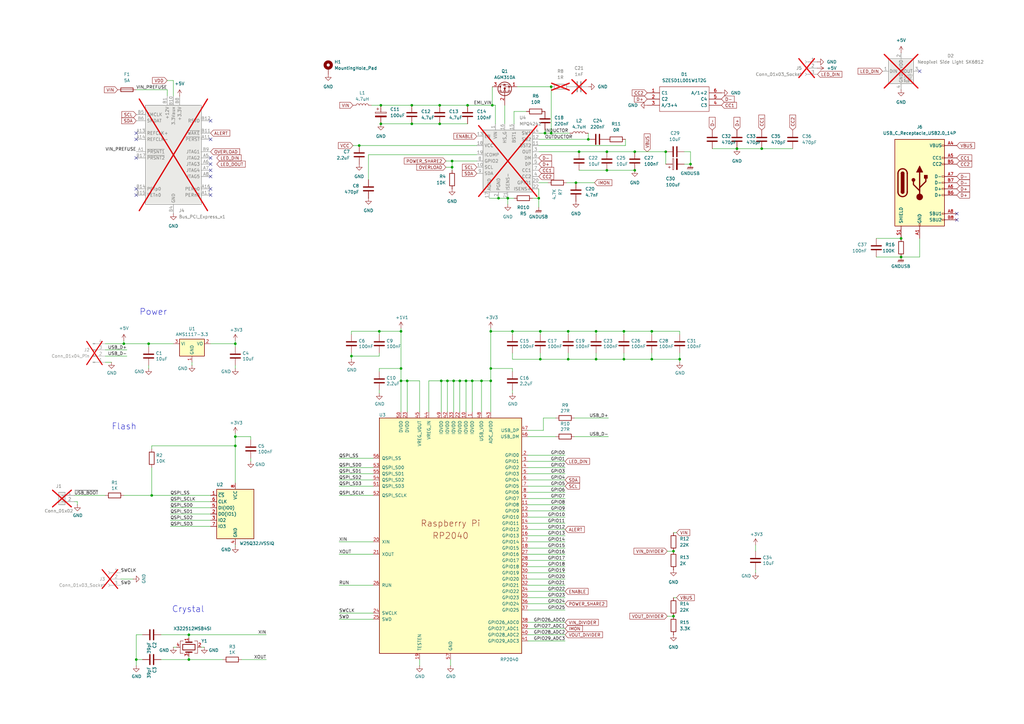
<source format=kicad_sch>
(kicad_sch (version 20231120) (generator "eeschema") (generator_version "8.0")
  (paper "A3")
  (title_block (date "2024-06-26") (rev "v0.5.0"))
  (junction (at 267.335 135.89))
  (junction (at 77.47 260.35))
  (junction (at 201.295 156.21))
  (junction (at 221.615 147.32))
  (junction (at 237.49 62.23))
  (junction (at 273.05 62.23))
  (junction (at 164.465 135.89))
  (junction (at 302.26 60.96))
  (junction (at 267.335 147.32))
  (junction (at 164.465 151.13))
  (junction (at 156.21 50.8))
  (junction (at 210.185 135.89))
  (junction (at 283.21 67.31))
  (junction (at 369.57 97.79))
  (junction (at 96.52 182.88))
  (junction (at 180.975 156.21))
  (junction (at 156.21 43.18))
  (junction (at 208.28 81.28))
  (junction (at 50.8 140.97))
  (junction (at 221.615 135.89))
  (junction (at 248.92 62.23))
  (junction (at 226.06 35.56))
  (junction (at 223.52 54.61))
  (junction (at 168.91 43.18))
  (junction (at 276.225 226.06))
  (junction (at 244.475 147.32))
  (junction (at 276.225 252.73))
  (junction (at 369.57 105.41))
  (junction (at 186.055 156.21))
  (junction (at 168.91 50.8))
  (junction (at 185.42 68.58))
  (junction (at 255.905 147.32))
  (junction (at 233.045 147.32))
  (junction (at 185.42 66.04))
  (junction (at 233.045 135.89))
  (junction (at 312.42 60.96))
  (junction (at 220.98 81.28))
  (junction (at 226.06 54.61))
  (junction (at 244.475 135.89))
  (junction (at 180.34 43.18))
  (junction (at 260.35 62.23))
  (junction (at 62.23 203.2))
  (junction (at 201.295 135.89))
  (junction (at 77.47 270.51))
  (junction (at 147.32 59.69))
  (junction (at 278.765 147.32))
  (junction (at 236.22 74.93))
  (junction (at 255.905 135.89))
  (junction (at 201.295 151.13))
  (junction (at 144.145 146.05))
  (junction (at 191.135 156.21))
  (junction (at 164.465 156.21))
  (junction (at 201.93 43.18))
  (junction (at 60.96 140.97))
  (junction (at 180.34 50.8))
  (junction (at 167.005 156.21))
  (junction (at 248.92 69.85))
  (junction (at 96.52 140.97))
  (junction (at 260.35 69.85))
  (junction (at 193.675 156.21))
  (junction (at 155.575 135.89))
  (junction (at 241.3 57.15))
  (junction (at 96.52 179.07))
  (junction (at 191.77 43.18))
  (junction (at 183.515 156.21))
  (junction (at 55.88 270.51))
  (junction (at 197.485 156.21))
  (junction (at 188.595 156.21))
  (junction (at 204.47 81.28))
  (no_connect (at 86.36 72.39))
  (no_connect (at 86.36 49.53))
  (no_connect (at 392.43 87.63))
  (no_connect (at 86.36 80.01))
  (no_connect (at 86.36 77.47))
  (no_connect (at 55.88 77.47))
  (no_connect (at 55.88 64.77))
  (no_connect (at 55.88 80.01))
  (no_connect (at 86.36 57.15))
  (no_connect (at 86.36 69.85))
  (no_connect (at 55.88 54.61))
  (no_connect (at 86.36 64.77))
  (no_connect (at 55.88 57.15))
  (no_connect (at 392.43 90.17))
  (no_connect (at 86.36 67.31))
  (no_connect (at 377.19 29.21))
  (wire (pts (xy 153.035 251.46) (xy 139.065 251.46)))
  (wire (pts (xy 216.535 240.03) (xy 231.775 240.03)))
  (wire (pts (xy 216.535 260.35) (xy 231.775 260.35)))
  (wire (pts (xy 191.135 168.91) (xy 191.135 156.21)))
  (wire (pts (xy 164.465 156.21) (xy 164.465 168.91)))
  (wire (pts (xy 139.065 196.85) (xy 153.035 196.85)))
  (wire (pts (xy 197.485 156.21) (xy 201.295 156.21)))
  (wire (pts (xy 62.23 203.2) (xy 86.36 203.2)))
  (wire (pts (xy 152.4 43.18) (xy 156.21 43.18)))
  (wire (pts (xy 201.295 151.13) (xy 210.185 151.13)))
  (wire (pts (xy 153.035 240.03) (xy 139.065 240.03)))
  (wire (pts (xy 309.88 223.52) (xy 309.88 226.06)))
  (wire (pts (xy 278.765 144.78) (xy 278.765 147.32)))
  (wire (pts (xy 210.82 45.72) (xy 210.82 50.8)))
  (wire (pts (xy 210.82 81.28) (xy 208.28 81.28)))
  (wire (pts (xy 216.535 212.09) (xy 231.775 212.09)))
  (wire (pts (xy 182.88 66.04) (xy 185.42 66.04)))
  (wire (pts (xy 277.495 218.44) (xy 276.225 218.44)))
  (wire (pts (xy 55.88 270.51) (xy 55.88 273.05)))
  (wire (pts (xy 222.885 171.45) (xy 227.965 171.45)))
  (wire (pts (xy 222.885 171.45) (xy 222.885 176.53)))
  (wire (pts (xy 185.42 68.58) (xy 185.42 66.04)))
  (wire (pts (xy 203.2 43.18) (xy 203.2 50.8)))
  (wire (pts (xy 164.465 134.62) (xy 164.465 135.89)))
  (wire (pts (xy 77.47 270.51) (xy 91.44 270.51)))
  (wire (pts (xy 220.98 59.69) (xy 256.54 59.69)))
  (wire (pts (xy 175.895 168.91) (xy 175.895 156.21)))
  (wire (pts (xy 359.41 105.41) (xy 369.57 105.41)))
  (wire (pts (xy 283.21 62.23) (xy 283.21 67.31)))
  (wire (pts (xy 144.145 144.78) (xy 144.145 146.05)))
  (wire (pts (xy 212.09 35.56) (xy 226.06 35.56)))
  (wire (pts (xy 220.98 54.61) (xy 223.52 54.61)))
  (wire (pts (xy 256.54 57.15) (xy 256.54 59.69)))
  (wire (pts (xy 216.535 219.71) (xy 231.775 219.71)))
  (wire (pts (xy 66.04 270.51) (xy 77.47 270.51)))
  (wire (pts (xy 220.98 77.47) (xy 220.98 81.28)))
  (wire (pts (xy 280.67 62.23) (xy 283.21 62.23)))
  (wire (pts (xy 139.065 222.25) (xy 153.035 222.25)))
  (wire (pts (xy 49.53 237.49) (xy 54.61 237.49)))
  (wire (pts (xy 153.035 187.96) (xy 139.065 187.96)))
  (wire (pts (xy 68.58 33.02) (xy 71.12 33.02)))
  (wire (pts (xy 58.42 260.35) (xy 55.88 260.35)))
  (wire (pts (xy 216.535 209.55) (xy 231.775 209.55)))
  (wire (pts (xy 248.92 69.85) (xy 260.35 69.85)))
  (wire (pts (xy 312.42 60.96) (xy 325.12 60.96)))
  (wire (pts (xy 43.18 140.97) (xy 50.8 140.97)))
  (wire (pts (xy 216.535 247.65) (xy 231.775 247.65)))
  (wire (pts (xy 309.88 233.68) (xy 309.88 234.95)))
  (wire (pts (xy 43.18 148.59) (xy 45.72 148.59)))
  (wire (pts (xy 210.185 135.89) (xy 221.615 135.89)))
  (wire (pts (xy 216.535 224.79) (xy 231.775 224.79)))
  (wire (pts (xy 216.535 186.69) (xy 231.775 186.69)))
  (wire (pts (xy 237.49 62.23) (xy 248.92 62.23)))
  (wire (pts (xy 216.535 199.39) (xy 231.775 199.39)))
  (wire (pts (xy 102.87 179.07) (xy 96.52 179.07)))
  (wire (pts (xy 216.535 222.25) (xy 231.775 222.25)))
  (wire (pts (xy 78.74 148.59) (xy 78.74 149.86)))
  (wire (pts (xy 235.585 171.45) (xy 249.555 171.45)))
  (wire (pts (xy 144.145 137.16) (xy 144.145 135.89)))
  (wire (pts (xy 183.515 168.91) (xy 183.515 156.21)))
  (wire (pts (xy 55.88 260.35) (xy 55.88 270.51)))
  (wire (pts (xy 77.47 269.24) (xy 77.47 270.51)))
  (wire (pts (xy 71.12 33.02) (xy 71.12 39.37)))
  (wire (pts (xy 50.8 203.2) (xy 62.23 203.2)))
  (wire (pts (xy 210.185 137.16) (xy 210.185 135.89)))
  (wire (pts (xy 216.535 232.41) (xy 231.775 232.41)))
  (wire (pts (xy 175.895 156.21) (xy 180.975 156.21)))
  (wire (pts (xy 267.335 147.32) (xy 255.905 147.32)))
  (wire (pts (xy 58.42 270.51) (xy 55.88 270.51)))
  (wire (pts (xy 144.145 146.05) (xy 155.575 146.05)))
  (wire (pts (xy 180.975 168.91) (xy 180.975 156.21)))
  (wire (pts (xy 233.045 135.89) (xy 244.475 135.89)))
  (wire (pts (xy 216.535 245.11) (xy 231.775 245.11)))
  (wire (pts (xy 156.21 50.8) (xy 168.91 50.8)))
  (wire (pts (xy 153.035 254) (xy 139.065 254)))
  (wire (pts (xy 71.12 265.43) (xy 72.39 265.43)))
  (wire (pts (xy 168.91 43.18) (xy 180.34 43.18)))
  (wire (pts (xy 235.585 179.07) (xy 249.555 179.07)))
  (wire (pts (xy 210.185 152.4) (xy 210.185 151.13)))
  (wire (pts (xy 147.32 59.69) (xy 195.58 59.69)))
  (wire (pts (xy 267.335 144.78) (xy 267.335 147.32)))
  (wire (pts (xy 96.52 177.8) (xy 96.52 179.07)))
  (wire (pts (xy 233.045 144.78) (xy 233.045 147.32)))
  (wire (pts (xy 144.78 59.69) (xy 147.32 59.69)))
  (wire (pts (xy 43.18 203.2) (xy 30.48 203.2)))
  (wire (pts (xy 155.575 152.4) (xy 155.575 151.13)))
  (wire (pts (xy 69.85 205.74) (xy 86.36 205.74)))
  (wire (pts (xy 193.675 156.21) (xy 193.675 168.91)))
  (wire (pts (xy 172.085 168.91) (xy 172.085 156.21)))
  (wire (pts (xy 244.475 135.89) (xy 255.905 135.89)))
  (wire (pts (xy 216.535 189.23) (xy 231.775 189.23)))
  (wire (pts (xy 77.47 260.35) (xy 109.22 260.35)))
  (wire (pts (xy 68.58 36.83) (xy 68.58 39.37)))
  (wire (pts (xy 216.535 250.19) (xy 231.775 250.19)))
  (wire (pts (xy 168.91 50.8) (xy 180.34 50.8)))
  (wire (pts (xy 216.535 194.31) (xy 231.775 194.31)))
  (wire (pts (xy 180.34 50.8) (xy 191.77 50.8)))
  (wire (pts (xy 96.52 182.88) (xy 96.52 198.12)))
  (wire (pts (xy 216.535 217.17) (xy 231.775 217.17)))
  (wire (pts (xy 216.535 204.47) (xy 231.775 204.47)))
  (wire (pts (xy 180.34 43.18) (xy 191.77 43.18)))
  (wire (pts (xy 220.98 57.15) (xy 241.3 57.15)))
  (wire (pts (xy 66.04 260.35) (xy 77.47 260.35)))
  (wire (pts (xy 278.765 147.32) (xy 278.765 148.59)))
  (wire (pts (xy 193.675 156.21) (xy 197.485 156.21)))
  (wire (pts (xy 223.52 54.61) (xy 223.52 53.34)))
  (wire (pts (xy 201.295 151.13) (xy 201.295 156.21)))
  (wire (pts (xy 86.36 213.36) (xy 69.85 213.36)))
  (wire (pts (xy 86.36 208.28) (xy 69.85 208.28)))
  (wire (pts (xy 277.495 245.11) (xy 276.225 245.11)))
  (wire (pts (xy 96.52 149.86) (xy 96.52 151.13)))
  (wire (pts (xy 60.96 149.86) (xy 60.96 151.13)))
  (wire (pts (xy 96.52 224.155) (xy 96.52 223.52)))
  (wire (pts (xy 155.575 151.13) (xy 164.465 151.13)))
  (wire (pts (xy 139.065 194.31) (xy 153.035 194.31)))
  (wire (pts (xy 267.335 147.32) (xy 278.765 147.32)))
  (wire (pts (xy 155.575 160.02) (xy 155.575 161.29)))
  (wire (pts (xy 221.615 137.16) (xy 221.615 135.89)))
  (wire (pts (xy 273.685 252.73) (xy 276.225 252.73)))
  (wire (pts (xy 50.8 139.7) (xy 50.8 140.97)))
  (wire (pts (xy 359.41 97.79) (xy 369.57 97.79)))
  (wire (pts (xy 216.535 237.49) (xy 231.775 237.49)))
  (wire (pts (xy 216.535 234.95) (xy 231.775 234.95)))
  (wire (pts (xy 62.23 191.77) (xy 62.23 203.2)))
  (wire (pts (xy 216.535 191.77) (xy 231.775 191.77)))
  (wire (pts (xy 184.785 270.51) (xy 184.785 273.05)))
  (wire (pts (xy 302.26 60.96) (xy 312.42 60.96)))
  (wire (pts (xy 220.98 81.28) (xy 220.98 85.09)))
  (wire (pts (xy 188.595 156.21) (xy 191.135 156.21)))
  (wire (pts (xy 216.535 255.27) (xy 231.775 255.27)))
  (wire (pts (xy 232.41 74.93) (xy 236.22 74.93)))
  (wire (pts (xy 210.185 144.78) (xy 210.185 147.32)))
  (wire (pts (xy 241.3 57.15) (xy 241.3 54.61)))
  (wire (pts (xy 260.35 62.23) (xy 273.05 62.23)))
  (wire (pts (xy 102.87 180.34) (xy 102.87 179.07)))
  (wire (pts (xy 191.135 156.21) (xy 193.675 156.21)))
  (wire (pts (xy 226.06 54.61) (xy 223.52 54.61)))
  (wire (pts (xy 255.905 135.89) (xy 267.335 135.89)))
  (wire (pts (xy 155.575 146.05) (xy 155.575 144.78)))
  (wire (pts (xy 248.92 62.23) (xy 260.35 62.23)))
  (wire (pts (xy 216.535 242.57) (xy 231.775 242.57)))
  (wire (pts (xy 86.36 140.97) (xy 96.52 140.97)))
  (wire (pts (xy 172.085 270.51) (xy 172.085 273.05)))
  (wire (pts (xy 153.035 203.2) (xy 139.065 203.2)))
  (wire (pts (xy 267.335 137.16) (xy 267.335 135.89)))
  (wire (pts (xy 233.045 137.16) (xy 233.045 135.89)))
  (wire (pts (xy 144.145 146.05) (xy 144.145 147.32)))
  (wire (pts (xy 255.905 144.78) (xy 255.905 147.32)))
  (wire (pts (xy 216.535 201.93) (xy 231.775 201.93)))
  (wire (pts (xy 185.42 68.58) (xy 185.42 69.85)))
  (wire (pts (xy 96.52 179.07) (xy 96.52 182.88)))
  (wire (pts (xy 86.36 210.82) (xy 69.85 210.82)))
  (wire (pts (xy 102.87 187.96) (xy 102.87 189.23)))
  (wire (pts (xy 191.77 43.18) (xy 201.93 43.18)))
  (wire (pts (xy 77.47 261.62) (xy 77.47 260.35)))
  (wire (pts (xy 197.485 168.91) (xy 197.485 156.21)))
  (wire (pts (xy 226.06 54.61) (xy 233.68 54.61)))
  (wire (pts (xy 96.52 140.97) (xy 96.52 139.7)))
  (wire (pts (xy 216.535 262.89) (xy 231.775 262.89)))
  (wire (pts (xy 267.335 135.89) (xy 278.765 135.89)))
  (wire (pts (xy 278.765 137.16) (xy 278.765 135.89)))
  (wire (pts (xy 201.295 134.62) (xy 201.295 135.89)))
  (wire (pts (xy 221.615 147.32) (xy 210.185 147.32)))
  (wire (pts (xy 139.065 191.77) (xy 153.035 191.77)))
  (wire (pts (xy 99.06 270.51) (xy 109.22 270.51)))
  (wire (pts (xy 155.575 135.89) (xy 164.465 135.89)))
  (wire (pts (xy 195.58 63.5) (xy 151.13 63.5)))
  (wire (pts (xy 153.035 227.33) (xy 139.065 227.33)))
  (wire (pts (xy 71.12 140.97) (xy 60.96 140.97)))
  (wire (pts (xy 210.185 160.02) (xy 210.185 161.29)))
  (wire (pts (xy 186.055 156.21) (xy 188.595 156.21)))
  (wire (pts (xy 139.065 199.39) (xy 153.035 199.39)))
  (wire (pts (xy 164.465 135.89) (xy 164.465 151.13)))
  (wire (pts (xy 255.905 137.16) (xy 255.905 135.89)))
  (wire (pts (xy 186.055 168.91) (xy 186.055 156.21)))
  (wire (pts (xy 82.55 265.43) (xy 83.82 265.43)))
  (wire (pts (xy 155.575 137.16) (xy 155.575 135.89)))
  (wire (pts (xy 201.295 135.89) (xy 210.185 135.89)))
  (wire (pts (xy 200.66 81.28) (xy 204.47 81.28)))
  (wire (pts (xy 201.295 156.21) (xy 201.295 168.91)))
  (wire (pts (xy 220.98 74.93) (xy 224.79 74.93)))
  (wire (pts (xy 31.75 205.74) (xy 31.75 207.01)))
  (wire (pts (xy 220.98 62.23) (xy 237.49 62.23)))
  (wire (pts (xy 182.88 68.58) (xy 185.42 68.58)))
  (wire (pts (xy 255.905 147.32) (xy 244.475 147.32)))
  (wire (pts (xy 273.05 62.23) (xy 273.05 67.31)))
  (wire (pts (xy 216.535 229.87) (xy 231.775 229.87)))
  (wire (pts (xy 43.18 146.05) (xy 52.07 146.05)))
  (wire (pts (xy 62.23 184.15) (xy 62.23 182.88)))
  (wire (pts (xy 221.615 144.78) (xy 221.615 147.32)))
  (wire (pts (xy 50.8 140.97) (xy 60.96 140.97)))
  (wire (pts (xy 216.535 196.85) (xy 231.775 196.85)))
  (wire (pts (xy 216.535 257.81) (xy 231.775 257.81)))
  (wire (pts (xy 244.475 147.32) (xy 233.045 147.32)))
  (wire (pts (xy 183.515 156.21) (xy 186.055 156.21)))
  (wire (pts (xy 237.49 69.85) (xy 248.92 69.85)))
  (wire (pts (xy 280.67 67.31) (xy 283.21 67.31)))
  (wire (pts (xy 215.9 45.72) (xy 210.82 45.72)))
  (wire (pts (xy 292.1 60.96) (xy 302.26 60.96)))
  (wire (pts (xy 86.36 215.9) (xy 69.85 215.9)))
  (wire (pts (xy 151.13 63.5) (xy 151.13 73.66)))
  (wire (pts (xy 216.535 176.53) (xy 222.885 176.53)))
  (wire (pts (xy 273.685 226.06) (xy 276.225 226.06)))
  (wire (pts (xy 201.93 35.56) (xy 201.93 43.18)))
  (wire (pts (xy 233.045 147.32) (xy 221.615 147.32)))
  (wire (pts (xy 221.615 135.89) (xy 233.045 135.89)))
  (wire (pts (xy 96.52 142.24) (xy 96.52 140.97)))
  (wire (pts (xy 244.475 144.78) (xy 244.475 147.32)))
  (wire (pts (xy 164.465 151.13) (xy 164.465 156.21)))
  (wire (pts (xy 377.19 97.79) (xy 377.19 105.41)))
  (wire (pts (xy 201.93 43.18) (xy 203.2 43.18)))
  (wire (pts (xy 201.295 135.89) (xy 201.295 151.13)))
  (wire (pts (xy 55.88 36.83) (xy 68.58 36.83)))
  (wire (pts (xy 167.005 168.91) (xy 167.005 156.21)))
  (wire (pts (xy 180.975 156.21) (xy 183.515 156.21)))
  (wire (pts (xy 172.085 156.21) (xy 167.005 156.21)))
  (wire (pts (xy 207.01 43.18) (xy 207.01 50.8)))
  (wire (pts (xy 188.595 168.91) (xy 188.595 156.21)))
  (wire (pts (xy 30.48 205.74) (xy 31.75 205.74)))
  (wire (pts (xy 243.84 74.93) (xy 236.22 74.93)))
  (wire (pts (xy 144.145 135.89) (xy 155.575 135.89)))
  (wire (pts (xy 216.535 214.63) (xy 231.775 214.63)))
  (wire (pts (xy 226.06 35.56) (xy 226.06 54.61)))
  (wire (pts (xy 43.18 143.51) (xy 52.07 143.51)))
  (wire (pts (xy 167.005 156.21) (xy 164.465 156.21)))
  (wire (pts (xy 208.28 81.28) (xy 208.28 83.82)))
  (wire (pts (xy 62.23 182.88) (xy 96.52 182.88)))
  (wire (pts (xy 204.47 81.28) (xy 208.28 81.28)))
  (wire (pts (xy 216.535 179.07) (xy 227.965 179.07)))
  (wire (pts (xy 60.96 142.24) (xy 60.96 140.97)))
  (wire (pts (xy 244.475 137.16) (xy 244.475 135.89)))
  (wire (pts (xy 216.535 207.01) (xy 231.775 207.01)))
  (wire (pts (xy 218.44 81.28) (xy 220.98 81.28)))
  (wire (pts (xy 216.535 227.33) (xy 231.775 227.33)))
  (wire (pts (xy 185.42 66.04) (xy 195.58 66.04)))
  (wire (pts (xy 156.21 43.18) (xy 168.91 43.18)))
  (wire (pts (xy 377.19 105.41) (xy 369.57 105.41)))
  (text "Power" (at 57.15 129.54 0) (effects (font (size 2.54 2.54)) (justify left bottom)))
  (text "Crystal" (at 70.485 251.46 0) (effects (font (size 2.54 2.54)) (justify left bottom)))
  (text "Flash" (at 45.72 176.53 0) (effects (font (size 2.54 2.54)) (justify left bottom)))
  (label "GPIO7" (at 231.775 204.47 180))
  (label "GPIO8" (at 231.775 207.01 180))
  (label "QSPI_SCLK" (at 69.85 205.74 0))
  (label "QSPI_SD2" (at 139.065 196.85 0))
  (label "OUTDUCTOR" (at 223.52 57.15 0))
  (label "USB_D+" (at 249.555 171.45 180))
  (label "GPIO11" (at 231.775 214.63 180))
  (label "SWCLK" (at 49.53 234.95 0))
  (label "GPIO26_ADC0" (at 231.775 255.27 180))
  (label "QSPI_SD1" (at 139.065 194.31 0))
  (label "GPIO19" (at 231.775 234.95 180))
  (label "QSPI_SD2" (at 69.85 213.36 0))
  (label "~{USB_BOOT}" (at 30.48 203.2 0))
  (label "XIN" (at 139.065 222.25 0))
  (label "XOUT" (at 109.22 270.51 180))
  (label "GPIO12" (at 231.775 217.17 180))
  (label "XOUT" (at 139.065 227.33 0))
  (label "GPIO0" (at 231.775 186.69 180))
  (label "GPIO24" (at 231.775 247.65 180))
  (label "GPIO18" (at 231.775 232.41 180))
  (label "GPIO5" (at 231.775 199.39 180))
  (label "QSPI_SS" (at 69.85 203.2 0))
  (label "RUN" (at 139.065 240.03 0))
  (label "SWD" (at 49.53 240.03 0))
  (label "XIN" (at 109.22 260.35 180))
  (label "VIN_PREFUSE" (at 55.88 62.23 180))
  (label "GPIO1" (at 231.775 189.23 180))
  (label "GPIO23" (at 231.775 245.11 180))
  (label "GPIO17" (at 231.775 229.87 180))
  (label "GPIO27_ADC1" (at 231.775 257.81 180))
  (label "QSPI_SS" (at 139.065 187.96 0))
  (label "GPIO14" (at 231.775 222.25 180))
  (label "GPIO28_ADC2" (at 231.775 260.35 180))
  (label "GPIO16" (at 231.775 227.33 180))
  (label "GPIO2" (at 231.775 191.77 180))
  (label "SWCLK" (at 139.065 251.46 0))
  (label "GPIO15" (at 231.775 224.79 180))
  (label "GPIO9" (at 231.775 209.55 180))
  (label "GPIO10" (at 231.775 212.09 180))
  (label "QSPI_SD3" (at 139.065 199.39 0))
  (label "GPIO29_ADC3" (at 231.775 262.89 180))
  (label "QSPI_SD3" (at 69.85 215.9 0))
  (label "GPIO4" (at 231.775 196.85 180))
  (label "GPIO21" (at 231.775 240.03 180))
  (label "GPIO6" (at 231.775 201.93 180))
  (label "SWD" (at 139.065 254 0))
  (label "VIN_PREFUSE" (at 55.88 36.83 0))
  (label "QSPI_SD0" (at 139.065 191.77 0))
  (label "QSPI_SD1" (at 69.85 210.82 0))
  (label "GPIO13" (at 231.775 219.71 180))
  (label "INDUCTOR" (at 223.52 54.61 0))
  (label "GPIO25" (at 231.775 250.19 180))
  (label "USB_D-" (at 249.555 179.07 180))
  (label "USB_D-" (at 52.07 146.05 180))
  (label "GPIO22" (at 231.775 242.57 180))
  (label "QSPI_SCLK" (at 139.065 203.2 0))
  (label "GPIO20" (at 231.775 237.49 180))
  (label "EMI_VIN" (at 194.31 43.18 0))
  (label "GPIO3" (at 231.775 194.31 180))
  (label "QSPI_SD0" (at 69.85 208.28 0))
  (label "USB_D+" (at 52.07 143.51 180))
  (global_label "VBUS" (shape input) (at 277.495 245.11 0) (property "Intersheetrefs" "${INTERSHEET_REFS}" (effects (hide yes))))
  (global_label "VIN_DIVIDER" (shape input) (at 231.775 255.27 0) (property "Intersheetrefs" "${INTERSHEET_REFS}" (effects (hide yes))))
  (global_label "CC1" (shape input) (at 220.98 69.85 0) (property "Intersheetrefs" "${INTERSHEET_REFS}" (effects (hide yes))))
  (global_label "LED_DIN" (shape input) (at 335.28 30.48 0) (property "Intersheetrefs" "${INTERSHEET_REFS}" (effects (hide yes))))
  (global_label "D-" (shape input) (at 292.1 53.34 90) (property "Intersheetrefs" "${INTERSHEET_REFS}" (effects (hide yes))))
  (global_label "SCL" (shape input) (at 195.58 68.58 180) (property "Intersheetrefs" "${INTERSHEET_REFS}" (effects (hide yes))))
  (global_label "ALERT" (shape input) (at 231.775 217.17 0) (property "Intersheetrefs" "${INTERSHEET_REFS}" (effects (hide yes))))
  (global_label "SDA" (shape input) (at 231.775 196.85 0) (property "Intersheetrefs" "${INTERSHEET_REFS}" (effects (hide yes))))
  (global_label "VBUS" (shape input) (at 265.43 62.23 90) (property "Intersheetrefs" "${INTERSHEET_REFS}" (effects (hide yes))))
  (global_label "CC2" (shape input) (at 392.43 67.31 0) (property "Intersheetrefs" "${INTERSHEET_REFS}" (effects (hide yes))))
  (global_label "ENABLE" (shape input) (at 195.58 55.88 180) (property "Intersheetrefs" "${INTERSHEET_REFS}" (effects (hide yes))))
  (global_label "VDD" (shape input) (at 68.58 33.02 180) (property "Intersheetrefs" "${INTERSHEET_REFS}" (effects (hide yes))))
  (global_label "VCC" (shape input) (at 144.78 59.69 180) (property "Intersheetrefs" "${INTERSHEET_REFS}" (effects (hide yes))))
  (global_label "D-" (shape input) (at 220.98 64.77 0) (property "Intersheetrefs" "${INTERSHEET_REFS}" (effects (hide yes))))
  (global_label "LED_DIN" (shape input) (at 361.95 29.21 180) (property "Intersheetrefs" "${INTERSHEET_REFS}" (effects (hide yes))))
  (global_label "VIN" (shape input) (at 277.495 218.44 0) (property "Intersheetrefs" "${INTERSHEET_REFS}" (effects (hide yes))))
  (global_label "CC1" (shape input) (at 392.43 64.77 0) (property "Intersheetrefs" "${INTERSHEET_REFS}" (effects (hide yes))))
  (global_label "CC2" (shape input) (at 325.12 53.34 90) (property "Intersheetrefs" "${INTERSHEET_REFS}" (effects (hide yes))))
  (global_label "VIN" (shape input) (at 48.26 36.83 180) (property "Intersheetrefs" "${INTERSHEET_REFS}" (effects (hide yes))))
  (global_label "LED_DOUT" (shape input) (at 88.9 67.31 0) (property "Intersheetrefs" "${INTERSHEET_REFS}" (effects (hide yes))))
  (global_label "CC1" (shape input) (at 295.91 43.18 0) (property "Intersheetrefs" "${INTERSHEET_REFS}" (effects (hide yes))))
  (global_label "CC2" (shape input) (at 220.98 72.39 0) (property "Intersheetrefs" "${INTERSHEET_REFS}" (effects (hide yes))))
  (global_label "POWER_SHARE2" (shape input) (at 231.775 247.65 0) (property "Intersheetrefs" "${INTERSHEET_REFS}" (effects (hide yes))))
  (global_label "LED_DIN" (shape input) (at 88.9 64.77 0) (property "Intersheetrefs" "${INTERSHEET_REFS}" (effects (hide yes))))
  (global_label "VOUT_DIVIDER" (shape input) (at 231.775 260.35 0) (property "Intersheetrefs" "${INTERSHEET_REFS}" (effects (hide yes))))
  (global_label "LED_DIN" (shape input) (at 231.775 189.23 0) (property "Intersheetrefs" "${INTERSHEET_REFS}" (effects (hide yes))))
  (global_label "D-" (shape input) (at 295.91 40.64 0) (property "Intersheetrefs" "${INTERSHEET_REFS}" (effects (hide yes))))
  (global_label "D-" (shape input) (at 392.43 74.93 0) (property "Intersheetrefs" "${INTERSHEET_REFS}" (effects (hide yes))))
  (global_label "IMON" (shape input) (at 243.84 74.93 0) (property "Intersheetrefs" "${INTERSHEET_REFS}" (effects (hide yes))))
  (global_label "D+" (shape input) (at 302.26 53.34 90) (property "Intersheetrefs" "${INTERSHEET_REFS}" (effects (hide yes))))
  (global_label "IMON" (shape input) (at 231.775 257.81 0) (property "Intersheetrefs" "${INTERSHEET_REFS}" (effects (hide yes))))
  (global_label "D+" (shape input) (at 220.98 67.31 0) (property "Intersheetrefs" "${INTERSHEET_REFS}" (effects (hide yes))))
  (global_label "VIN" (shape input) (at 144.78 43.18 180) (property "Intersheetrefs" "${INTERSHEET_REFS}" (effects (hide yes))))
  (global_label "POWER_SHARE2" (shape input) (at 182.88 66.04 180) (property "Intersheetrefs" "${INTERSHEET_REFS}" (effects (hide yes))))
  (global_label "OVERLOAD" (shape input) (at 86.36 62.23 0) (property "Intersheetrefs" "${INTERSHEET_REFS}" (effects (hide yes))))
  (global_label "VOUT_DIVIDER" (shape input) (at 273.685 252.73 180) (property "Intersheetrefs" "${INTERSHEET_REFS}" (effects (hide yes))))
  (global_label "D+" (shape input) (at 392.43 80.01 0) (property "Intersheetrefs" "${INTERSHEET_REFS}" (effects (hide yes))))
  (global_label "CC2" (shape input) (at 265.43 38.1 180) (property "Intersheetrefs" "${INTERSHEET_REFS}" (effects (hide yes))))
  (global_label "SCL" (shape input) (at 55.88 46.99 180) (property "Intersheetrefs" "${INTERSHEET_REFS}" (effects (hide yes))))
  (global_label "SCL" (shape input) (at 231.775 199.39 0) (property "Intersheetrefs" "${INTERSHEET_REFS}" (effects (hide yes))))
  (global_label "D+" (shape input) (at 392.43 77.47 0) (property "Intersheetrefs" "${INTERSHEET_REFS}" (effects (hide yes))))
  (global_label "D-" (shape input) (at 392.43 72.39 0) (property "Intersheetrefs" "${INTERSHEET_REFS}" (effects (hide yes))))
  (global_label "SDA" (shape input) (at 195.58 71.12 180) (property "Intersheetrefs" "${INTERSHEET_REFS}" (effects (hide yes))))
  (global_label "ALERT" (shape input) (at 86.36 54.61 0) (property "Intersheetrefs" "${INTERSHEET_REFS}" (effects (hide yes))))
  (global_label "D+" (shape input) (at 265.43 40.64 180) (property "Intersheetrefs" "${INTERSHEET_REFS}" (effects (hide yes))))
  (global_label "SDA" (shape input) (at 55.88 49.53 180) (property "Intersheetrefs" "${INTERSHEET_REFS}" (effects (hide yes))))
  (global_label "VBUS" (shape input) (at 392.43 59.69 0) (property "Intersheetrefs" "${INTERSHEET_REFS}" (effects (hide yes))))
  (global_label "ENABLE" (shape input) (at 231.775 242.57 0) (property "Intersheetrefs" "${INTERSHEET_REFS}" (effects (hide yes))))
  (global_label "OVERLOAD" (shape input) (at 182.88 68.58 180) (property "Intersheetrefs" "${INTERSHEET_REFS}" (effects (hide yes))))
  (global_label "VIN_DIVIDER" (shape input) (at 273.685 226.06 180) (property "Intersheetrefs" "${INTERSHEET_REFS}" (effects (hide yes))))
  (global_label "CC1" (shape input) (at 312.42 53.34 90) (property "Intersheetrefs" "${INTERSHEET_REFS}" (effects (hide yes))))
  (symbol (lib_id "Device:C") (at 255.905 140.97 0) (unit 1)
    (property "Reference" "C26" (at 258.826 139.8016 0) (effects (justify left)))
    (property "Value" "100nF" (at 258.826 142.113 0) (effects (justify left)))
    (property "Footprint" "Capacitor_SMD:C_0402_1005Metric" (effects (hide yes)))
    (property "LCSC" "C1525" (effects (hide yes)))
  )
  (symbol (lib_id "power:GND") (at 295.91 38.1 90) (unit 1)
    (property "Reference" "#PWR039" (effects (hide yes)))
    (property "Value" "GND" (at 299.72 38.0999 90) (effects (justify right)))
    (property "Description" "Power symbol creates a global label with name \"GND\" , ground" (effects (hide yes)))
  )
  (symbol (lib_id "Device:R") (at 369.57 101.6 0) (unit 1)
    (property "Reference" "R16" (at 367.03 100.3299 0) (effects (justify right)))
    (property "Value" "100K" (at 367.03 102.8699 0) (effects (justify right)))
    (property "Footprint" "Resistor_SMD:R_0603_1608Metric" (effects (hide yes)))
    (property "Description" "Resistor" (effects (hide yes)))
    (property "LCSC" "C25803" (effects (hide yes)))
  )
  (symbol (lib_id "power:GNDPWR") (at 283.21 67.31 0) (unit 1)
    (property "Reference" "#PWR038" (effects (hide yes)))
    (property "Value" "GNDUSB" (at 283.083 71.12 0))
    (property "Description" "Power symbol creates a global label with name \"GNDPWR\" , global ground" (effects (hide yes)))
  )
  (symbol (lib_id "power:GND") (at 144.145 147.32 0) (unit 1)
    (property "Reference" "#PWR018" (effects (hide yes)))
    (property "Value" "GND" (at 144.272 151.7142 0))
  )
  (symbol (lib_id "Device:L") (at 148.59 43.18 90) (unit 1)
    (property "Reference" "L1" (at 148.59 38.1 90))
    (property "Value" "4.7uH" (at 148.59 40.64 90))
    (property "Footprint" "Inductor_SMD:L_Sunlord_MWSA0603S" (effects (hide yes)))
    (property "Description" "Inductor" (effects (hide yes)))
    (property "LCSC" "C408447" (effects (hide yes)))
  )
  (symbol (lib_id "power:GND") (at 369.57 36.83 0) (unit 1)
    (property "Reference" "#PWR046" (effects (hide yes)))
    (property "Value" "GND" (at 369.57 41.91 0))
    (property "Description" "Power symbol creates a global label with name \"GND\" , ground" (effects (hide yes)))
  )
  (symbol (lib_id "Connector:Conn_01x04_Pin") (at 38.1 146.05 0) (mirror x) (unit 1) (in_bom no) (dnp yes)
    (property "Reference" "J2" (at 36.83 143.5099 0) (effects (justify right)))
    (property "Value" "Conn_01x04_Pin" (at 36.83 146.0499 0) (effects (justify right)))
    (property "Footprint" "Connector_PinHeader_2.54mm:PinHeader_1x04_P2.54mm_Vertical" (effects (hide yes)))
    (property "Description" "Generic connector, single row, 01x04, script generated" (effects (hide yes)))
  )
  (symbol (lib_id "Device:R") (at 276.225 248.92 0) (unit 1)
    (property "Reference" "R14" (at 278.765 247.6499 0) (effects (justify left)))
    (property "Value" "22K" (at 278.765 250.1899 0) (effects (justify left)))
    (property "Footprint" "Resistor_SMD:R_0402_1005Metric" (effects (hide yes)))
    (property "Description" "Resistor" (effects (hide yes)))
    (property "LCSC" "C25768" (effects (hide yes)))
  )
  (symbol (lib_id "Device:C_Polarized") (at 156.21 46.99 0) (unit 1)
    (property "Reference" "C11" (at 160.02 44.8309 0) (effects (justify left)))
    (property "Value" "100uF" (at 160.02 47.3709 0) (effects (justify left)))
    (property "Footprint" "Capacitor_SMD:CP_Elec_6.3x7.7" (effects (hide yes)))
    (property "Description" "Polarized capacitor" (effects (hide yes)))
    (property "LCSC" "C3151829" (effects (hide yes)))
  )
  (symbol (lib_id "Device:C") (at 325.12 57.15 0) (unit 1)
    (property "Reference" "C36" (at 328.93 55.8799 0) (effects (justify left)))
    (property "Value" "470pF" (at 328.93 58.4199 0) (effects (justify left)))
    (property "Footprint" "Capacitor_SMD:C_0402_1005Metric" (effects (hide yes)))
    (property "Description" "Unpolarized capacitor" (effects (hide yes)))
    (property "LCSC" "C1620" (effects (hide yes)))
  )
  (symbol (lib_id "power:GND") (at 45.72 148.59 0) (unit 1)
    (property "Reference" "#PWR02" (effects (hide yes)))
    (property "Value" "GND" (at 45.847 152.9842 0))
  )
  (symbol (lib_id "usb-pd-psu:LED_Neopixel_Side_Light_SK6812") (at 369.57 29.21 0) (unit 1) (in_bom no) (dnp yes)
    (property "Reference" "D2" (at 389.89 22.8914 0))
    (property "Value" "Neopixel Side Light SK6812" (at 389.89 25.4314 0))
    (property "Footprint" "Local Library:LED_Neopixel_Side_Light_SK6812" (effects (hide yes)))
    (property "Datasheet" "https://cdn-shop.adafruit.com/product-files/1138/SK6812+LED+datasheet+.pdf" (effects (hide yes)))
    (property "Description" "RGB LED with integrated controller" (effects (hide yes)))
    (property "LCSC" "C5378721" (effects (hide yes)))
  )
  (symbol (lib_id "power:GND") (at 54.61 237.49 90) (unit 1)
    (property "Reference" "#PWR04" (effects (hide yes)))
    (property "Value" "GND" (at 59.0042 237.363 0))
  )
  (symbol (lib_id "Connector:USB_C_Receptacle_USB2.0_16P") (at 377.19 74.93 0) (unit 1)
    (property "Reference" "J6" (at 377.19 52.07 0))
    (property "Value" "USB_C_Receptacle_USB2.0_14P" (at 377.19 54.61 0))
    (property "Footprint" "Connector_USB:USB_C_Receptacle_XKB_U262-16XN-4BVC11" (effects (hide yes)))
    (property "Datasheet" "https://www.usb.org/sites/default/files/documents/usb_type-c.zip" (effects (hide yes)))
    (property "Description" "USB 2.0-only 16P Type-C Receptacle connector" (effects (hide yes)))
    (property "Notes" "Footprint fits GCT USB4105-GF-A, XKB U263-163N-4BLS1735, and probably others" (effects (hide yes)))
    (property "LCSC" "C2931474" (effects (hide yes)))
  )
  (symbol (lib_id "Connector_Generic:Conn_01x02") (at 25.4 203.2 0) (mirror y) (unit 1) (in_bom no) (dnp yes)
    (property "Reference" "J1" (at 24.13 199.39 0))
    (property "Value" "Conn_01x02" (at 24.13 209.55 0))
    (property "Footprint" "Connector_PinHeader_2.54mm:PinHeader_1x02_P2.54mm_Vertical" (effects (hide yes)))
  )
  (symbol (lib_id "power:GND") (at 134.62 30.48 0) (unit 1)
    (property "Reference" "#PWR017" (effects (hide yes)))
    (property "Value" "GND" (at 134.62 35.56 0))
    (property "Description" "Power symbol creates a global label with name \"GND\" , ground" (effects (hide yes)))
  )
  (symbol (lib_name "GND_1") (lib_id "power:GND") (at 276.225 233.68 0) (unit 1)
    (property "Reference" "#PWR035" (effects (hide yes)))
    (property "Value" "GND" (at 276.225 238.76 0))
    (property "Description" "Power symbol creates a global label with name \"GND\" , ground" (effects (hide yes)))
  )
  (symbol (lib_id "power:GND") (at 96.52 224.155 0) (unit 1)
    (property "Reference" "#PWR015" (effects (hide yes)))
    (property "Value" "GND" (at 92.71 225.425 0))
  )
  (symbol (lib_id "Device:R") (at 62.23 187.96 0) (unit 1)
    (property "Reference" "R2" (at 64.008 186.7916 0) (effects (justify left)))
    (property "Value" "10K" (at 64.008 189.103 0) (effects (justify left)))
    (property "Footprint" "Resistor_SMD:R_0402_1005Metric" (effects (hide yes)))
    (property "LCSC" "C25744" (effects (hide yes)))
  )
  (symbol (lib_id "power:GND") (at 156.21 50.8 0) (unit 1)
    (property "Reference" "#PWR022" (effects (hide yes)))
    (property "Value" "GND" (at 156.21 55.88 0))
    (property "Description" "Power symbol creates a global label with name \"GND\" , ground" (effects (hide yes)))
  )
  (symbol (lib_id "Device:R") (at 219.71 45.72 90) (unit 1)
    (property "Reference" "R6" (at 219.71 39.37 90))
    (property "Value" "10R" (at 219.71 41.91 90))
    (property "Footprint" "Resistor_SMD:R_0603_1608Metric" (effects (hide yes)))
    (property "Description" "Resistor" (effects (hide yes)))
    (property "LCSC" "C22859" (effects (hide yes)))
  )
  (symbol (lib_id "Device:C") (at 312.42 57.15 0) (unit 1)
    (property "Reference" "C35" (at 316.23 55.8799 0) (effects (justify left)))
    (property "Value" "470pF" (at 316.23 58.4199 0) (effects (justify left)))
    (property "Footprint" "Capacitor_SMD:C_0402_1005Metric" (effects (hide yes)))
    (property "Description" "Unpolarized capacitor" (effects (hide yes)))
    (property "LCSC" "C1620" (effects (hide yes)))
  )
  (symbol (lib_id "Mechanical:MountingHole_Pad") (at 134.62 27.94 0) (unit 1) (exclude_from_sim yes) (in_bom no)
    (property "Reference" "H1" (at 137.16 25.3999 0) (effects (justify left)))
    (property "Value" "MountingHole_Pad" (at 137.16 27.9399 0) (effects (justify left)))
    (property "Footprint" "MountingHole:MountingHole_3mm_Pad" (effects (hide yes)))
    (property "Description" "Mounting Hole with connection" (effects (hide yes)))
  )
  (symbol (lib_id "Device:C") (at 309.88 229.87 0) (unit 1)
    (property "Reference" "C34" (at 312.801 228.7016 0) (effects (justify left)))
    (property "Value" "10uF" (at 312.801 231.013 0) (effects (justify left)))
    (property "Footprint" "Capacitor_SMD:C_0805_2012Metric" (effects (hide yes)))
    (property "LCSC" "C15850" (effects (hide yes)))
  )
  (symbol (lib_id "Device:C") (at 292.1 57.15 0) (unit 1)
    (property "Reference" "C32" (at 295.91 55.8799 0) (effects (justify left)))
    (property "Value" "470pF" (at 295.91 58.4199 0) (effects (justify left)))
    (property "Footprint" "Capacitor_SMD:C_0402_1005Metric" (effects (hide yes)))
    (property "Description" "Unpolarized capacitor" (effects (hide yes)))
    (property "LCSC" "C1620" (effects (hide yes)))
  )
  (symbol (lib_id "power:+3V3") (at 96.52 139.7 0) (unit 1)
    (property "Reference" "#PWR012" (effects (hide yes)))
    (property "Value" "+3V3" (at 96.901 135.3058 0))
  )
  (symbol (lib_id "power:GND") (at 31.75 207.01 0) (unit 1)
    (property "Reference" "#PWR01" (effects (hide yes)))
    (property "Value" "GND" (at 31.877 211.4042 0))
  )
  (symbol (lib_id "Device:C") (at 96.52 146.05 0) (unit 1)
    (property "Reference" "C4" (at 99.441 144.8816 0) (effects (justify left)))
    (property "Value" "10uF" (at 99.441 147.193 0) (effects (justify left)))
    (property "Footprint" "Capacitor_SMD:C_0805_2012Metric" (effects (hide yes)))
    (property "LCSC" "C15850" (effects (hide yes)))
  )
  (symbol (lib_id "Device:Fuse") (at 52.07 36.83 90) (unit 1)
    (property "Reference" "F1" (at 52.07 30.48 90))
    (property "Value" "5A" (at 52.07 33.02 90))
    (property "Footprint" "Fuse:Fuse_1206_3216Metric" (effects (hide yes)))
    (property "Description" "Fuse" (effects (hide yes)))
    (property "LCSC" "C553937" (effects (hide yes)))
  )
  (symbol (lib_id "Device:L") (at 237.49 54.61 90) (unit 1)
    (property "Reference" "L2" (at 237.49 49.53 90))
    (property "Value" "4.7uH" (at 237.49 52.07 90))
    (property "Footprint" "Inductor_SMD:L_Sunlord_MWSA0603S" (effects (hide yes)))
    (property "Description" "Inductor" (effects (hide yes)))
    (property "LCSC" "C408447" (effects (hide yes)))
  )
  (symbol (lib_id "Device:C") (at 191.77 46.99 0) (unit 1)
    (property "Reference" "C14" (at 195.58 45.7199 0) (effects (justify left)))
    (property "Value" "100nF" (at 195.58 48.2599 0) (effects (justify left)))
    (property "Footprint" "Capacitor_SMD:C_0402_1005Metric" (effects (hide yes)))
    (property "Description" "Unpolarized capacitor" (effects (hide yes)))
    (property "LCSC" "C1525" (effects (hide yes)))
  )
  (symbol (lib_id "Device:C") (at 276.86 62.23 270) (unit 1)
    (property "Reference" "C29" (at 276.86 54.61 90))
    (property "Value" "10uF" (at 276.86 57.15 90))
    (property "Footprint" "Capacitor_SMD:C_0805_2012Metric" (effects (hide yes)))
    (property "Description" "Unpolarized capacitor" (effects (hide yes)))
    (property "LCSC" "C15850" (effects (hide yes)))
  )
  (symbol (lib_id "Connector:Bus_PCI_Express_x1") (at 71.12 64.77 0) (unit 1) (in_bom no) (dnp yes)
    (property "Reference" "J4" (at 73.3141 86.36 0) (effects (justify left)))
    (property "Value" "Bus_PCI_Express_x1" (at 73.3141 88.9 0) (effects (justify left)))
    (property "Footprint" "Connector_PCBEdge:BUS_PCIexpress_x1" (effects (hide yes)))
    (property "Datasheet" "http://www.ritrontek.com/uploadfile/2016/1026/20161026105231124.pdf#page=63" (effects (hide yes)))
    (property "Description" "PCI Express bus connector x1" (effects (hide yes)))
  )
  (symbol (lib_id "Memory_Flash:W25Q128JVS") (at 96.52 210.82 0) (unit 1)
    (property "Reference" "U2" (at 90.17 198.755 0))
    (property "Value" "W25Q32JVSSIQ" (at 105.41 222.885 0))
    (property "Footprint" "Package_SO:SOIC-8_5.23x5.23mm_P1.27mm" (effects (hide yes)))
    (property "Datasheet" "https://www.winbond.com/resource-files/W25Q32JV%20RevI%2005042021%20Plus.pdf" (effects (hide yes)))
    (property "LCSC" "C179173" (effects (hide yes)))
    (property "JLCPCB_CORRECTION" "0;0;-90" (effects (hide yes)))
  )
  (symbol (lib_id "Device:C") (at 168.91 46.99 0) (unit 1)
    (property "Reference" "C12" (at 172.72 45.7199 0) (effects (justify left)))
    (property "Value" "4.7uF" (at 172.72 48.2599 0) (effects (justify left)))
    (property "Footprint" "Capacitor_SMD:C_1206_3216Metric" (effects (hide yes)))
    (property "Description" "Unpolarized capacitor" (effects (hide yes)))
    (property "LCSC" "C29823" (effects (hide yes)))
  )
  (symbol (lib_id "symbol-library:SZESD1L001W1T2G") (at 265.43 38.1 0) (unit 1)
    (property "Reference" "D1" (at 280.67 30.48 0))
    (property "Value" "SZESD1L001W1T2G" (at 280.67 33.02 0))
    (property "Footprint" "Local Library:SOT65P210X110-6N" (effects (hide yes)))
    (property "Datasheet" "http://www.onsemi.com/pub/Collateral/ESD1L001-D.PDF" (effects (hide yes)))
    (property "Description" "Low Capacitance ESD Protection Diodes for High Speed Data Line" (effects (hide yes)))
    (property "Description_1" "Low Capacitance ESD Protection Diodes for High Speed Data Line" (effects (hide yes)))
    (property "Height" "1.1" (effects (hide yes)))
    (property "Mouser Part Number" "863-SZESD1L001W1T2G" (effects (hide yes)))
    (property "Mouser Price/Stock" "https://www.mouser.co.uk/ProductDetail/onsemi/SZESD1L001W1T2G?qs=HXFqYaX1Q2y1THCg0jCQmA%3D%3D" (effects (hide yes)))
    (property "Manufacturer_Name" "onsemi" (effects (hide yes)))
    (property "Manufacturer_Part_Number" "SZESD1L001W1T2G" (effects (hide yes)))
    (property "LCSC" "C604764" (effects (hide yes)))
  )
  (symbol (lib_id "Device:C") (at 236.22 78.74 180) (unit 1)
    (property "Reference" "C20" (at 240.03 77.4699 0) (effects (justify right)))
    (property "Value" "4.7nF" (at 240.03 80.0099 0) (effects (justify right)))
    (property "Footprint" "Capacitor_SMD:C_0402_1005Metric" (effects (hide yes)))
    (property "Description" "Unpolarized capacitor" (effects (hide yes)))
    (property "LCSC" "C1538" (effects (hide yes)))
  )
  (symbol (lib_id "power:GND") (at 309.88 234.95 0) (unit 1)
    (property "Reference" "#PWR042" (effects (hide yes)))
    (property "Value" "GND" (at 306.07 236.22 0))
  )
  (symbol (lib_id "power:GND") (at 335.28 25.4 90) (unit 1)
    (property "Reference" "#PWR043" (effects (hide yes)))
    (property "Value" "GND" (at 339.09 25.3999 90) (effects (justify right)))
    (property "Description" "Power symbol creates a global label with name \"GND\" , ground" (effects (hide yes)))
  )
  (symbol (lib_id "Device:C") (at 245.11 57.15 90) (unit 1)
    (property "Reference" "C24" (at 245.11 49.53 90))
    (property "Value" "220nF" (at 245.11 52.07 90))
    (property "Footprint" "Capacitor_SMD:C_0603_1608Metric" (effects (hide yes)))
    (property "Description" "Unpolarized capacitor" (effects (hide yes)))
    (property "LCSC" "C21120" (effects (hide yes)))
  )
  (symbol (lib_id "power:+3V3") (at 201.295 134.62 0) (unit 1)
    (property "Reference" "#PWR027" (effects (hide yes)))
    (property "Value" "+3V3" (at 201.676 130.2258 0))
  )
  (symbol (lib_id "power:+3V3") (at 96.52 177.8 0) (unit 1)
    (property "Reference" "#PWR014" (effects (hide yes)))
    (property "Value" "+3V3" (at 96.901 173.4058 0))
  )
  (symbol (lib_id "Device:C") (at 244.475 140.97 0) (unit 1)
    (property "Reference" "C23" (at 247.396 139.8016 0) (effects (justify left)))
    (property "Value" "100nF" (at 247.396 142.113 0) (effects (justify left)))
    (property "Footprint" "Capacitor_SMD:C_0402_1005Metric" (effects (hide yes)))
    (property "LCSC" "C1525" (effects (hide yes)))
  )
  (symbol (lib_id "Device:C") (at 102.87 184.15 0) (unit 1)
    (property "Reference" "C5" (at 105.791 182.9816 0) (effects (justify left)))
    (property "Value" "100nF" (at 105.791 185.293 0) (effects (justify left)))
    (property "Footprint" "Capacitor_SMD:C_0402_1005Metric" (effects (hide yes)))
    (property "LCSC" "C1525" (effects (hide yes)))
  )
  (symbol (lib_id "Device:R") (at 46.99 203.2 270) (unit 1)
    (property "Reference" "R1" (at 46.99 197.9422 90))
    (property "Value" "1K" (at 46.99 200.2536 90))
    (property "Footprint" "Resistor_SMD:R_0402_1005Metric" (effects (hide yes)))
    (property "LCSC" "C11702" (effects (hide yes)))
  )
  (symbol (lib_id "power:GND") (at 151.13 81.28 0) (unit 1)
    (property "Reference" "#PWR020" (effects (hide yes)))
    (property "Value" "GND" (at 151.13 86.36 0))
    (property "Description" "Power symbol creates a global label with name \"GND\" , ground" (effects (hide yes)))
  )
  (symbol (lib_id "power:GND") (at 265.43 43.18 270) (unit 1)
    (property "Reference" "#PWR034" (effects (hide yes)))
    (property "Value" "GND" (at 261.62 43.1799 90) (effects (justify right)))
    (property "Description" "Power symbol creates a global label with name \"GND\" , ground" (effects (hide yes)))
  )
  (symbol (lib_id "Device:C_Polarized") (at 276.86 67.31 90) (unit 1)
    (property "Reference" "C30" (at 273.05 73.2789 90) (effects (justify right)))
    (property "Value" "100uF" (at 273.05 75.8189 90) (effects (justify right)))
    (property "Footprint" "Capacitor_SMD:CP_Elec_6.3x7.7" (effects (hide yes)))
    (property "Description" "Polarized capacitor" (effects (hide yes)))
    (property "LCSC" "C3151829" (effects (hide yes)))
  )
  (symbol (lib_id "Device:C") (at 210.185 140.97 0) (unit 1)
    (property "Reference" "C15" (at 213.106 139.8016 0) (effects (justify left)))
    (property "Value" "100nF" (at 213.106 142.113 0) (effects (justify left)))
    (property "Footprint" "Capacitor_SMD:C_0402_1005Metric" (effects (hide yes)))
    (property "LCSC" "C1525" (effects (hide yes)))
  )
  (symbol (lib_name "GND_1") (lib_id "power:GND") (at 276.225 260.35 0) (unit 1)
    (property "Reference" "#PWR036" (effects (hide yes)))
    (property "Value" "GND" (at 276.225 265.43 0))
    (property "Description" "Power symbol creates a global label with name \"GND\" , ground" (effects (hide yes)))
  )
  (symbol (lib_id "power:GND") (at 155.575 161.29 0) (unit 1)
    (property "Reference" "#PWR021" (effects (hide yes)))
    (property "Value" "GND" (at 155.702 165.6842 0))
  )
  (symbol (lib_id "power:GND") (at 102.87 189.23 0) (unit 1)
    (property "Reference" "#PWR016" (effects (hide yes)))
    (property "Value" "GND" (at 106.68 190.5 0))
  )
  (symbol (lib_id "Connector:Conn_01x03_Socket") (at 330.2 27.94 0) (mirror y) (unit 1) (in_bom no) (dnp yes)
    (property "Reference" "J5" (at 328.93 27.9399 0) (effects (justify left)))
    (property "Value" "Conn_01x03_Socket" (at 328.93 30.4799 0) (effects (justify left)))
    (property "Footprint" "Connector_PinSocket_2.54mm:PinSocket_1x03_P2.54mm_Vertical" (effects (hide yes)))
    (property "Description" "Generic connector, single row, 01x03, script generated" (effects (hide yes)))
  )
  (symbol (lib_id "power:GND") (at 83.82 265.43 0) (unit 1)
    (property "Reference" "#PWR011" (effects (hide yes)))
    (property "Value" "GND" (at 87.63 266.7 0))
  )
  (symbol (lib_id "power:GND") (at 241.3 35.56 90) (unit 1)
    (property "Reference" "#PWR032" (effects (hide yes)))
    (property "Value" "GND" (at 245.11 35.5599 90) (effects (justify right)))
    (property "Description" "Power symbol creates a global label with name \"GND\" , ground" (effects (hide yes)))
  )
  (symbol (lib_id "power:GND") (at 71.12 265.43 0) (unit 1)
    (property "Reference" "#PWR08" (effects (hide yes)))
    (property "Value" "GND" (at 67.31 266.7 0))
  )
  (symbol (lib_id "Device:R") (at 214.63 81.28 90) (unit 1)
    (property "Reference" "R5" (at 214.63 87.63 90))
    (property "Value" "R010" (at 214.63 85.09 90))
    (property "Footprint" "Local Library:R_2818_7146Metric" (effects (hide yes)))
    (property "Description" "Resistor" (effects (hide yes)))
    (property "LCSC" "C511405" (effects (hide yes)))
  )
  (symbol (lib_id "Connector:Conn_01x03_Socket") (at 44.45 237.49 0) (mirror y) (unit 1) (in_bom no) (dnp yes)
    (property "Reference" "J3" (at 43.18 237.4899 0) (effects (justify left)))
    (property "Value" "Conn_01x03_Socket" (at 43.18 240.0299 0) (effects (justify left)))
    (property "Footprint" "Connector_PinSocket_2.54mm:PinSocket_1x03_P2.54mm_Vertical" (effects (hide yes)))
    (property "Description" "Generic connector, single row, 01x03, script generated" (effects (hide yes)))
  )
  (symbol (lib_id "MCU_RaspberryPi_RP2040:RP2040") (at 184.785 219.71 0) (unit 1)
    (property "Reference" "U3" (at 156.845 170.18 0))
    (property "Value" "RP2040" (at 208.915 270.51 0))
    (property "Footprint" "Package_DFN_QFN:QFN-56-1EP_7x7mm_P0.4mm_EP3.2x3.2mm" (effects (hide yes)))
    (property "LCSC" "C2040" (effects (hide yes)))
  )
  (symbol (lib_id "power:GND") (at 260.35 69.85 0) (unit 1)
    (property "Reference" "#PWR033" (effects (hide yes)))
    (property "Value" "GND" (at 260.35 74.93 0))
    (property "Description" "Power symbol creates a global label with name \"GND\" , ground" (effects (hide yes)))
  )
  (symbol (lib_id "power:GND") (at 185.42 77.47 0) (unit 1)
    (property "Reference" "#PWR026" (effects (hide yes)))
    (property "Value" "GND" (at 185.42 82.55 0))
    (property "Description" "Power symbol creates a global label with name \"GND\" , ground" (effects (hide yes)))
  )
  (symbol (lib_id "Device:C") (at 155.575 140.97 0) (unit 1)
    (property "Reference" "C9" (at 158.496 139.8016 0) (effects (justify left)))
    (property "Value" "100nF" (at 158.496 142.113 0) (effects (justify left)))
    (property "Footprint" "Capacitor_SMD:C_0402_1005Metric" (effects (hide yes)))
    (property "LCSC" "C1525" (effects (hide yes)))
  )
  (symbol (lib_id "Device:R") (at 95.25 270.51 270) (unit 1)
    (property "Reference" "R3" (at 95.25 265.2522 90))
    (property "Value" "1K" (at 95.25 267.5636 90))
    (property "Footprint" "Resistor_SMD:R_0402_1005Metric" (effects (hide yes)))
    (property "LCSC" "C11702" (effects (hide yes)))
  )
  (symbol (lib_id "Device:C") (at 62.23 270.51 270) (unit 1)
    (property "Reference" "C3" (at 63.3984 273.431 0) (effects (justify left)))
    (property "Value" "39pF" (at 61.087 273.431 0) (effects (justify left)))
    (property "Footprint" "Capacitor_SMD:C_0402_1005Metric" (effects (hide yes)))
    (property "LCSC" "C106223" (effects (hide yes)))
  )
  (symbol (lib_id "Device:C") (at 147.32 63.5 0) (unit 1)
    (property "Reference" "C7" (at 143.51 62.2299 0) (effects (justify right)))
    (property "Value" "2.2uF" (at 143.51 64.7699 0) (effects (justify right)))
    (property "Footprint" "Capacitor_SMD:C_0402_1005Metric" (effects (hide yes)))
    (property "Description" "Unpolarized capacitor" (effects (hide yes)))
    (property "LCSC" "C12530" (effects (hide yes)))
  )
  (symbol (lib_id "power:GND") (at 184.785 273.05 0) (unit 1)
    (property "Reference" "#PWR025" (effects (hide yes)))
    (property "Value" "GND" (at 184.912 277.4442 0))
  )
  (symbol (lib_id "power:+1V1") (at 164.465 134.62 0) (unit 1)
    (property "Reference" "#PWR023" (effects (hide yes)))
    (property "Value" "+1V1" (at 164.846 130.2258 0))
  )
  (symbol (lib_id "power:+5V") (at 369.57 21.59 0) (unit 1)
    (property "Reference" "#PWR045" (effects (hide yes)))
    (property "Value" "+5V" (at 369.57 16.51 0))
    (property "Description" "Power symbol creates a global label with name \"+5V\"" (effects (hide yes)))
  )
  (symbol (lib_id "Device:R") (at 229.87 35.56 90) (unit 1) (exclude_from_sim yes) (in_bom no) (on_board no) (dnp yes)
    (property "Reference" "R8" (at 229.87 29.21 90))
    (property "Value" "1R" (at 229.87 31.75 90))
    (property "Description" "Resistor" (effects (hide yes)))
  )
  (symbol (lib_id "Device:Q_NMOS_SGD") (at 207.01 38.1 90) (unit 1)
    (property "Reference" "Q1" (at 207.01 29.21 90))
    (property "Value" "AGM310A" (at 207.01 31.75 90))
    (property "Footprint" "Local Library:AGM310A" (effects (hide yes)))
    (property "Datasheet" "https://wmsc.lcsc.com/wmsc/upload/file/pdf/v2/lcsc/2303011000_AGM-Semi-AGM310A_C5367082.pdf" (effects (hide yes)))
    (property "Description" "N-MOSFET transistor, source/gate/drain" (effects (hide yes)))
    (property "LCSC" "C5367082" (effects (hide yes)))
    (property "JLCPCB_CORRECTION" "0;0;-90" (effects (hide yes)))
  )
  (symbol (lib_id "Regulator_Linear:NCP1117-3.3_SOT223") (at 78.74 140.97 0) (unit 1)
    (property "Reference" "U1" (at 78.74 134.8232 0))
    (property "Value" "AMS1117-3.3" (at 78.74 137.1346 0))
    (property "Footprint" "Package_TO_SOT_SMD:SOT-223-3_TabPin2" (effects (hide yes)))
    (property "Datasheet" "https://wmsc.lcsc.com/wmsc/upload/file/pdf/v2/lcsc/2304140030_Advanced-Monolithic-Systems-AMS1117-3-3_C6186.pdf" (effects (hide yes)))
    (property "LCSC" "C6186" (effects (hide yes)))
    (property "JLCPCB_CORRECTION" "0;0;180" (effects (hide yes)))
  )
  (symbol (lib_id "power:GND") (at 236.22 82.55 0) (mirror y) (unit 1)
    (property "Reference" "#PWR031" (effects (hide yes)))
    (property "Value" "GND" (at 236.22 87.63 0))
    (property "Description" "Power symbol creates a global label with name \"GND\" , ground" (effects (hide yes)))
  )
  (symbol (lib_id "power:GND") (at 96.52 151.13 0) (unit 1)
    (property "Reference" "#PWR013" (effects (hide yes)))
    (property "Value" "GND" (at 92.71 152.4 0))
  )
  (symbol (lib_id "Device:R") (at 276.225 222.25 0) (unit 1)
    (property "Reference" "R12" (at 278.765 220.9799 0) (effects (justify left)))
    (property "Value" "22K" (at 278.765 223.5199 0) (effects (justify left)))
    (property "Footprint" "Resistor_SMD:R_0402_1005Metric" (effects (hide yes)))
    (property "Description" "Resistor" (effects (hide yes)))
    (property "LCSC" "C25768" (effects (hide yes)))
  )
  (symbol (lib_id "Device:C") (at 210.185 156.21 0) (unit 1)
    (property "Reference" "C16" (at 213.106 155.0416 0) (effects (justify left)))
    (property "Value" "2.2uF" (at 213.106 157.353 0) (effects (justify left)))
    (property "Footprint" "Capacitor_SMD:C_0402_1005Metric" (effects (hide yes)))
    (property "LCSC" "C12530" (effects (hide yes)))
  )
  (symbol (lib_id "Device:C") (at 151.13 77.47 0) (unit 1)
    (property "Reference" "C8" (at 147.32 76.1999 0) (effects (justify right)))
    (property "Value" "470pF" (at 147.32 78.7399 0) (effects (justify right)))
    (property "Footprint" "Capacitor_SMD:C_0402_1005Metric" (effects (hide yes)))
    (property "Description" "Unpolarized capacitor" (effects (hide yes)))
    (property "LCSC" "C1620" (effects (hide yes)))
  )
  (symbol (lib_id "Device:C") (at 221.615 140.97 0) (unit 1)
    (property "Reference" "C17" (at 224.536 139.8016 0) (effects (justify left)))
    (property "Value" "100nF" (at 224.536 142.113 0) (effects (justify left)))
    (property "Footprint" "Capacitor_SMD:C_0402_1005Metric" (effects (hide yes)))
    (property "LCSC" "C1525" (effects (hide yes)))
  )
  (symbol (lib_id "Device:C") (at 155.575 156.21 0) (unit 1)
    (property "Reference" "C10" (at 158.496 155.0416 0) (effects (justify left)))
    (property "Value" "2.2uF" (at 158.496 157.353 0) (effects (justify left)))
    (property "Footprint" "Capacitor_SMD:C_0402_1005Metric" (effects (hide yes)))
    (property "LCSC" "C12530" (effects (hide yes)))
  )
  (symbol (lib_id "Device:C") (at 180.34 46.99 0) (unit 1)
    (property "Reference" "C13" (at 184.15 45.7199 0) (effects (justify left)))
    (property "Value" "4.7uF" (at 184.15 48.2599 0) (effects (justify left)))
    (property "Footprint" "Capacitor_SMD:C_1206_3216Metric" (effects (hide yes)))
    (property "Description" "Unpolarized capacitor" (effects (hide yes)))
    (property "LCSC" "C29823" (effects (hide yes)))
  )
  (symbol (lib_id "Device:R") (at 231.775 171.45 270) (unit 1)
    (property "Reference" "R9" (at 231.775 166.1922 90))
    (property "Value" "27R" (at 231.775 168.5036 90))
    (property "Footprint" "Resistor_SMD:R_0603_1608Metric" (effects (hide yes)))
    (property "LCSC" "C25190" (effects (hide yes)))
  )
  (symbol (lib_id "power:+5V") (at 73.66 39.37 0) (unit 1)
    (property "Reference" "#PWR09" (effects (hide yes)))
    (property "Value" "+5V" (at 73.66 34.29 0))
    (property "Description" "Power symbol creates a global label with name \"+5V\"" (effects (hide yes)))
  )
  (symbol (lib_id "power:GND") (at 210.185 161.29 0) (unit 1)
    (property "Reference" "#PWR029" (effects (hide yes)))
    (property "Value" "GND" (at 210.312 165.6842 0))
  )
  (symbol (lib_id "power:GND") (at 278.765 148.59 0) (unit 1)
    (property "Reference" "#PWR037" (effects (hide yes)))
    (property "Value" "GND" (at 278.892 152.9842 0))
  )
  (symbol (lib_id "Device:R") (at 228.6 74.93 270) (unit 1)
    (property "Reference" "R7" (at 229.8701 77.47 0) (effects (justify left)))
    (property "Value" "4.7K" (at 227.3301 77.47 0) (effects (justify left)))
    (property "Footprint" "Resistor_SMD:R_0402_1005Metric" (effects (hide yes)))
    (property "Description" "Resistor" (effects (hide yes)))
    (property "LCSC" "C25900" (effects (hide yes)))
  )
  (symbol (lib_id "Device:Crystal_GND24") (at 77.47 265.43 270) (unit 1)
    (property "Reference" "Y1" (at 82.55 262.89 90) (effects (justify left)))
    (property "Value" "X322512MSB4SI" (at 71.12 257.81 90) (effects (justify left)))
    (property "Footprint" "Crystal:Crystal_SMD_3225-4Pin_3.2x2.5mm" (effects (hide yes)))
    (property "LCSC" "C9002" (effects (hide yes)))
  )
  (symbol (lib_id "Device:C") (at 237.49 66.04 0) (unit 1)
    (property "Reference" "C22" (at 241.3 64.7699 0) (effects (justify left)))
    (property "Value" "10uF" (at 241.3 67.3099 0) (effects (justify left)))
    (property "Footprint" "Capacitor_SMD:C_0805_2012Metric" (effects (hide yes)))
    (property "Description" "Unpolarized capacitor" (effects (hide yes)))
    (property "LCSC" "C15850" (effects (hide yes)))
  )
  (symbol (lib_id "power:GND") (at 208.28 83.82 0) (unit 1)
    (property "Reference" "#PWR028" (effects (hide yes)))
    (property "Value" "GND" (at 208.28 88.9 0))
    (property "Description" "Power symbol creates a global label with name \"GND\" , ground" (effects (hide yes)))
  )
  (symbol (lib_id "Device:R") (at 231.775 179.07 270) (unit 1)
    (property "Reference" "R10" (at 231.775 173.8122 90))
    (property "Value" "27R" (at 231.775 176.1236 90))
    (property "Footprint" "Resistor_SMD:R_0603_1608Metric" (effects (hide yes)))
    (property "LCSC" "C25190" (effects (hide yes)))
  )
  (symbol (lib_id "Device:R") (at 276.225 256.54 0) (unit 1)
    (property "Reference" "R15" (at 278.765 255.2699 0) (effects (justify left)))
    (property "Value" "3.3K" (at 278.765 257.8099 0) (effects (justify left)))
    (property "Footprint" "Resistor_SMD:R_0402_1005Metric" (effects (hide yes)))
    (property "Description" "Resistor" (effects (hide yes)))
    (property "LCSC" "C25890" (effects (hide yes)))
  )
  (symbol (lib_id "power:GND") (at 147.32 67.31 0) (unit 1)
    (property "Reference" "#PWR019" (effects (hide yes)))
    (property "Value" "GND" (at 147.32 72.39 0))
    (property "Description" "Power symbol creates a global label with name \"GND\" , ground" (effects (hide yes)))
  )
  (symbol (lib_id "Device:C") (at 60.96 146.05 0) (unit 1)
    (property "Reference" "C1" (at 63.881 144.8816 0) (effects (justify left)))
    (property "Value" "10uF" (at 63.881 147.193 0) (effects (justify left)))
    (property "Footprint" "Capacitor_SMD:C_0805_2012Metric" (effects (hide yes)))
    (property "LCSC" "C15850" (effects (hide yes)))
  )
  (symbol (lib_id "Device:R") (at 276.225 229.87 0) (unit 1)
    (property "Reference" "R13" (at 278.765 228.5999 0) (effects (justify left)))
    (property "Value" "2K" (at 278.765 231.1399 0) (effects (justify left)))
    (property "Footprint" "Resistor_SMD:R_0402_1005Metric" (effects (hide yes)))
    (property "Description" "Resistor" (effects (hide yes)))
    (property "LCSC" "C4109" (effects (hide yes)))
  )
  (symbol (lib_id "power:GND") (at 55.88 273.05 0) (unit 1)
    (property "Reference" "#PWR05" (effects (hide yes)))
    (property "Value" "GND" (at 56.007 277.4442 0))
  )
  (symbol (lib_id "power:GNDPWR") (at 369.57 105.41 0) (unit 1)
    (property "Reference" "#PWR047" (effects (hide yes)))
    (property "Value" "GNDUSB" (at 369.443 109.22 0))
    (property "Description" "Power symbol creates a global label with name \"GNDPWR\" , global ground" (effects (hide yes)))
  )
  (symbol (lib_id "Device:C") (at 248.92 66.04 0) (unit 1)
    (property "Reference" "C25" (at 252.73 64.7699 0) (effects (justify left)))
    (property "Value" "10uF" (at 252.73 67.3099 0) (effects (justify left)))
    (property "Footprint" "Capacitor_SMD:C_0805_2012Metric" (effects (hide yes)))
    (property "Description" "Unpolarized capacitor" (effects (hide yes)))
    (property "LCSC" "C15850" (effects (hide yes)))
  )
  (symbol (lib_id "power:GND") (at 71.12 87.63 0) (unit 1)
    (property "Reference" "#PWR07" (effects (hide yes)))
    (property "Value" "GND" (at 71.12 92.71 0))
    (property "Description" "Power symbol creates a global label with name \"GND\" , ground" (effects (hide yes)))
  )
  (symbol (lib_id "Device:C") (at 359.41 101.6 0) (mirror y) (unit 1)
    (property "Reference" "C37" (at 355.6 100.3299 0) (effects (justify left)))
    (property "Value" "100nF" (at 355.6 102.8699 0) (effects (justify left)))
    (property "Footprint" "Capacitor_SMD:C_0402_1005Metric" (effects (hide yes)))
    (property "Description" "Unpolarized capacitor" (effects (hide yes)))
    (property "LCSC" "C1525" (effects (hide yes)))
  )
  (symbol (lib_id "Device:C") (at 62.23 260.35 270) (unit 1)
    (property "Reference" "C2" (at 63.3984 263.271 0) (effects (justify left)))
    (property "Value" "39pF" (at 61.087 263.271 0) (effects (justify left)))
    (property "Footprint" "Capacitor_SMD:C_0402_1005Metric" (effects (hide yes)))
    (property "LCSC" "C106223" (effects (hide yes)))
  )
  (symbol (lib_id "power:GND") (at 60.96 151.13 0) (unit 1)
    (property "Reference" "#PWR06" (effects (hide yes)))
    (property "Value" "GND" (at 57.15 152.4 0))
  )
  (symbol (lib_id "Device:C") (at 260.35 66.04 0) (unit 1)
    (property "Reference" "C27" (at 264.16 64.7699 0) (effects (justify left)))
    (property "Value" "100nF" (at 264.16 67.3099 0) (effects (justify left)))
    (property "Footprint" "Capacitor_SMD:C_0402_1005Metric" (effects (hide yes)))
    (property "Description" "Unpolarized capacitor" (effects (hide yes)))
    (property "LCSC" "C1525" (effects (hide yes)))
  )
  (symbol (lib_id "Device:C") (at 302.26 57.15 0) (unit 1)
    (property "Reference" "C33" (at 306.07 55.8799 0) (effects (justify left)))
    (property "Value" "470pF" (at 306.07 58.4199 0) (effects (justify left)))
    (property "Footprint" "Capacitor_SMD:C_0402_1005Metric" (effects (hide yes)))
    (property "Description" "Unpolarized capacitor" (effects (hide yes)))
    (property "LCSC" "C1620" (effects (hide yes)))
  )
  (symbol (lib_id "Device:R") (at 252.73 57.15 90) (unit 1)
    (property "Reference" "R11" (at 252.73 50.8 90))
    (property "Value" "0R" (at 252.73 53.34 90))
    (property "Footprint" "Resistor_SMD:R_0603_1608Metric" (effects (hide yes)))
    (property "Description" "Resistor" (effects (hide yes)))
    (property "LCSC" "C21189" (effects (hide yes)))
  )
  (symbol (lib_id "power:+5V") (at 335.28 27.94 270) (unit 1)
    (property "Reference" "#PWR044" (effects (hide yes)))
    (property "Value" "+5V" (at 339.09 27.9399 90) (effects (justify left)))
    (property "Description" "Power symbol creates a global label with name \"+5V\"" (effects (hide yes)))
  )
  (symbol (lib_id "Device:C") (at 267.335 140.97 0) (unit 1)
    (property "Reference" "C28" (at 270.256 139.8016 0) (effects (justify left)))
    (property "Value" "100nF" (at 270.256 142.113 0) (effects (justify left)))
    (property "Footprint" "Capacitor_SMD:C_0402_1005Metric" (effects (hide yes)))
    (property "LCSC" "C1525" (effects (hide yes)))
  )
  (symbol (lib_id "Device:C") (at 223.52 49.53 0) (unit 1)
    (property "Reference" "C18" (at 227.33 48.2599 0) (effects (justify left)))
    (property "Value" "220nF" (at 227.33 50.7999 0) (effects (justify left)))
    (property "Footprint" "Capacitor_SMD:C_0603_1608Metric" (effects (hide yes)))
    (property "Description" "Unpolarized capacitor" (effects (hide yes)))
    (property "LCSC" "C21120" (effects (hide yes)))
  )
  (symbol (lib_id "power:GND") (at 302.26 60.96 0) (unit 1)
    (property "Reference" "#PWR040" (effects (hide yes)))
    (property "Value" "GND" (at 302.26 66.04 0))
    (property "Description" "Power symbol creates a global label with name \"GND\" , ground" (effects (hide yes)))
  )
  (symbol (lib_id "Device:C") (at 144.145 140.97 0) (unit 1)
    (property "Reference" "C6" (at 147.066 139.8016 0) (effects (justify left)))
    (property "Value" "100nF" (at 147.066 142.113 0) (effects (justify left)))
    (property "Footprint" "Capacitor_SMD:C_0402_1005Metric" (effects (hide yes)))
    (property "LCSC" "C1525" (effects (hide yes)))
  )
  (symbol (lib_id "power:GND") (at 78.74 149.86 0) (unit 1)
    (property "Reference" "#PWR010" (effects (hide yes)))
    (property "Value" "GND" (at 74.93 151.13 0))
  )
  (symbol (lib_id "symbol-library:MPQ4242") (at 208.28 64.77 0) (unit 1) (in_bom no) (dnp yes)
    (property "Reference" "U4" (at 213.0141 48.26 0) (effects (justify left)))
    (property "Value" "MPQ4242" (at 213.0141 50.8 0) (effects (justify left)))
    (property "Footprint" "Local Library:MPQ4242_QNF-22_4mmx5mm" (effects (hide yes)))
    (property "Datasheet" "https://www.monolithicpower.com/en/documentview/productdocument/index/version/2/document_type/Datasheet/lang/en/sku/MPQ4242GVE-AEC1/document_id/11470/" (effects (hide yes)))
    (property "Description" "5A, 36V, Fully Integrated USB PDSolution with Integrated Buck-BoostConverter, AEC-Q100 Qualified" (effects (hide yes)))
    (property "LCSC" "C23268532" (effects (hide yes)))
  )
  (symbol (lib_id "Device:C") (at 233.045 140.97 0) (unit 1)
    (property "Reference" "C19" (at 235.966 139.8016 0) (effects (justify left)))
    (property "Value" "100nF" (at 235.966 142.113 0) (effects (justify left)))
    (property "Footprint" "Capacitor_SMD:C_0402_1005Metric" (effects (hide yes)))
    (property "LCSC" "C1525" (effects (hide yes)))
  )
  (symbol (lib_id "power:+3V3") (at 309.88 223.52 0) (unit 1)
    (property "Reference" "#PWR041" (effects (hide yes)))
    (property "Value" "+3V3" (at 310.261 219.1258 0))
  )
  (symbol (lib_id "Device:C") (at 237.49 35.56 90) (unit 1) (exclude_from_sim yes) (in_bom no) (on_board no) (dnp yes)
    (property "Reference" "C21" (at 237.49 27.94 90))
    (property "Value" "1nF" (at 237.49 30.48 90))
    (property "Footprint" "Capacitor_SMD:C_0603_1608Metric" (effects (hide yes)))
    (property "Description" "Unpolarized capacitor" (effects (hide yes)))
  )
  (symbol (lib_id "power:GND") (at 172.085 273.05 0) (unit 1)
    (property "Reference" "#PWR024" (effects (hide yes)))
    (property "Value" "GND" (at 172.212 277.4442 0))
  )
  (symbol (lib_id "Device:R") (at 185.42 73.66 0) (mirror y) (unit 1)
    (property "Reference" "R4" (at 182.88 72.3899 0) (effects (justify left)))
    (property "Value" "10K" (at 182.88 74.9299 0) (effects (justify left)))
    (property "Footprint" "Resistor_SMD:R_0402_1005Metric" (effects (hide yes)))
    (property "Description" "Resistor" (effects (hide yes)))
    (property "LCSC" "C25744" (effects (hide yes)))
  )
  (symbol (lib_id "Device:C") (at 278.765 140.97 0) (unit 1)
    (property "Reference" "C31" (at 281.686 139.8016 0) (effects (justify left)))
    (property "Value" "100nF" (at 281.686 142.113 0) (effects (justify left)))
    (property "Footprint" "Capacitor_SMD:C_0402_1005Metric" (effects (hide yes)))
    (property "LCSC" "C1525" (effects (hide yes)))
  )
  (symbol (lib_id "power:GNDPWR") (at 220.98 85.09 0) (unit 1)
    (property "Reference" "#PWR030" (effects (hide yes)))
    (property "Value" "GNDUSB" (at 220.853 88.9 0))
    (property "Description" "Power symbol creates a global label with name \"GNDPWR\" , global ground" (effects (hide yes)))
  )
  (symbol (lib_id "power:+5V") (at 50.8 139.7 0) (unit 1)
    (property "Reference" "#PWR03" (effects (hide yes)))
    (property "Value" "+5V" (at 50.8 134.62 0))
    (property "Description" "Power symbol creates a global label with name \"+5V\"" (effects (hide yes)))
  )
)
</source>
